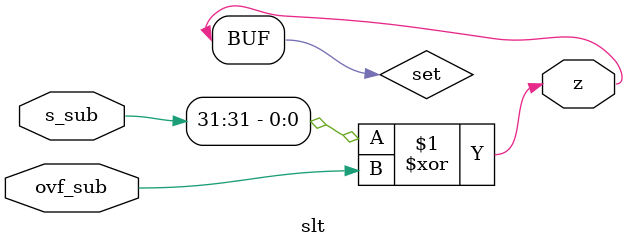
<source format=sv>
`timescale 1ns / 1ps

module slt(
    input  wire [31:0] s_sub,
    input  wire        ovf_sub,
    output wire        z
    );
    wire set;

    xor u_set(set, s_sub[31], ovf_sub);
    buf b0(z[0], set);

    genvar i;
    generate
        for (i=1; i<32; i=i+1) begin: g
            buf bi(z[i], 1'b0);
        end
    endgenerate
endmodule

</source>
